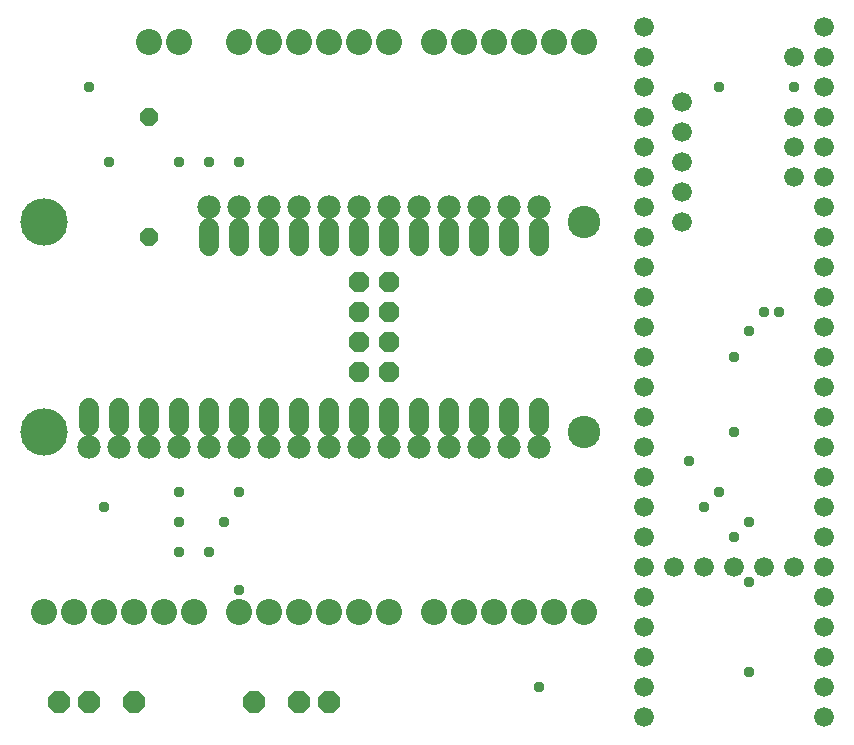
<source format=gbr>
G04 EAGLE Gerber X2 export*
G75*
%MOMM*%
%FSLAX34Y34*%
%LPD*%
%AMOC8*
5,1,8,0,0,1.08239X$1,22.5*%
G01*
%ADD10C,2.743200*%
%ADD11C,4.013200*%
%ADD12C,1.981200*%
%ADD13C,2.203200*%
%ADD14P,1.869504X8X292.500000*%
%ADD15C,1.727200*%
%ADD16C,1.676400*%
%ADD17P,1.649562X8X112.500000*%
%ADD18P,2.034460X8X22.500000*%
%ADD19C,0.959600*%


D10*
X482600Y508000D03*
X482600Y330200D03*
D11*
X25400Y508000D03*
X25400Y330200D03*
D12*
X165100Y520700D03*
X190500Y520700D03*
X215900Y520700D03*
X241300Y520700D03*
X266700Y520700D03*
X292100Y520700D03*
X317500Y520700D03*
X342900Y520700D03*
X368300Y520700D03*
X393700Y520700D03*
X419100Y520700D03*
X444500Y520700D03*
X165100Y317500D03*
X190500Y317500D03*
X215900Y317500D03*
X241300Y317500D03*
X266700Y317500D03*
X292100Y317500D03*
X317500Y317500D03*
X342900Y317500D03*
X368300Y317500D03*
X393700Y317500D03*
X419100Y317500D03*
X444500Y317500D03*
X139700Y317500D03*
X114300Y317500D03*
X88900Y317500D03*
X63500Y317500D03*
D13*
X482600Y660400D03*
X457200Y660400D03*
X432100Y660400D03*
X406700Y660400D03*
X381300Y660400D03*
X355900Y660400D03*
X317500Y660400D03*
X292100Y660400D03*
X267000Y660400D03*
X241600Y660400D03*
X216200Y660400D03*
X190800Y660400D03*
X25400Y177800D03*
X50800Y177800D03*
X75900Y177800D03*
X101300Y177800D03*
X126700Y177800D03*
X152100Y177800D03*
X190500Y177800D03*
X215900Y177800D03*
X241000Y177800D03*
X266400Y177800D03*
X291800Y177800D03*
X317200Y177800D03*
X355600Y177800D03*
X381000Y177800D03*
X406100Y177800D03*
X431500Y177800D03*
X456900Y177800D03*
X482300Y177800D03*
D14*
X292100Y457200D03*
X317500Y457200D03*
X292100Y431800D03*
X317500Y431800D03*
X292100Y406400D03*
X317500Y406400D03*
X292100Y381000D03*
X317500Y381000D03*
D15*
X63500Y350520D02*
X63500Y335280D01*
X88900Y335280D02*
X88900Y350520D01*
X114300Y350520D02*
X114300Y335280D01*
X139700Y335280D02*
X139700Y350520D01*
X165100Y350520D02*
X165100Y335280D01*
X190500Y335280D02*
X190500Y350520D01*
X215900Y350520D02*
X215900Y335280D01*
X241300Y335280D02*
X241300Y350520D01*
X266700Y350520D02*
X266700Y335280D01*
X292100Y335280D02*
X292100Y350520D01*
X317500Y350520D02*
X317500Y335280D01*
X342900Y335280D02*
X342900Y350520D01*
X368300Y350520D02*
X368300Y335280D01*
X393700Y335280D02*
X393700Y350520D01*
X419100Y350520D02*
X419100Y335280D01*
X444500Y335280D02*
X444500Y350520D01*
X444500Y487680D02*
X444500Y502920D01*
X419100Y502920D02*
X419100Y487680D01*
X393700Y487680D02*
X393700Y502920D01*
X368300Y502920D02*
X368300Y487680D01*
X342900Y487680D02*
X342900Y502920D01*
X317500Y502920D02*
X317500Y487680D01*
X292100Y487680D02*
X292100Y502920D01*
X266700Y502920D02*
X266700Y487680D01*
X241300Y487680D02*
X241300Y502920D01*
X215900Y502920D02*
X215900Y487680D01*
X190500Y487680D02*
X190500Y502920D01*
X165100Y502920D02*
X165100Y487680D01*
D13*
X139700Y660400D03*
X114300Y660400D03*
D16*
X533400Y622300D03*
X533400Y596900D03*
X533400Y571500D03*
X533400Y546100D03*
X533400Y520700D03*
X533400Y495300D03*
X533400Y469900D03*
X533400Y444500D03*
X533400Y419100D03*
X533400Y393700D03*
X533400Y368300D03*
X533400Y342900D03*
X685800Y342900D03*
X685800Y368300D03*
X685800Y393700D03*
X685800Y419100D03*
X685800Y444500D03*
X685800Y469900D03*
X685800Y495300D03*
X685800Y520700D03*
X685800Y546100D03*
X685800Y571500D03*
X685800Y596900D03*
X533400Y647700D03*
X685800Y622300D03*
X685800Y647700D03*
X533400Y673100D03*
X685800Y673100D03*
X533400Y317500D03*
X685800Y317500D03*
X533400Y292100D03*
X533400Y266700D03*
X533400Y241300D03*
X533400Y215900D03*
X533400Y190500D03*
X533400Y165100D03*
X533400Y139700D03*
X533400Y114300D03*
X533400Y88900D03*
X685800Y88900D03*
X685800Y114300D03*
X685800Y139700D03*
X685800Y165100D03*
X685800Y190500D03*
X685800Y215900D03*
X685800Y241300D03*
X685800Y266700D03*
X685800Y292100D03*
X558800Y215900D03*
X609600Y215900D03*
X635000Y215900D03*
X584200Y215900D03*
X660400Y215900D03*
X660400Y647700D03*
X660400Y596900D03*
X660400Y571500D03*
X660400Y546100D03*
X565150Y609600D03*
X565150Y584200D03*
X565150Y558800D03*
X565150Y533400D03*
X565150Y508000D03*
D17*
X114300Y495300D03*
X114300Y596900D03*
D18*
X38100Y101600D03*
X63500Y101600D03*
X241300Y101600D03*
X266700Y101600D03*
X101600Y101600D03*
X203200Y101600D03*
D19*
X63500Y622300D03*
X190500Y196718D03*
X190500Y279400D03*
X139700Y279400D03*
X444500Y114300D03*
X622300Y127000D03*
X609600Y241300D03*
X609600Y393700D03*
X571500Y306070D03*
X584200Y266700D03*
X596900Y279400D03*
X622300Y203200D03*
X622300Y254000D03*
X647700Y431800D03*
X622300Y416108D03*
X660400Y622300D03*
X635000Y431800D03*
X609600Y330200D03*
X165100Y228600D03*
X139700Y228600D03*
X79982Y558800D03*
X139700Y558800D03*
X165100Y558800D03*
X190500Y558800D03*
X596900Y622300D03*
X76200Y266700D03*
X139700Y254000D03*
X177800Y254000D03*
M02*

</source>
